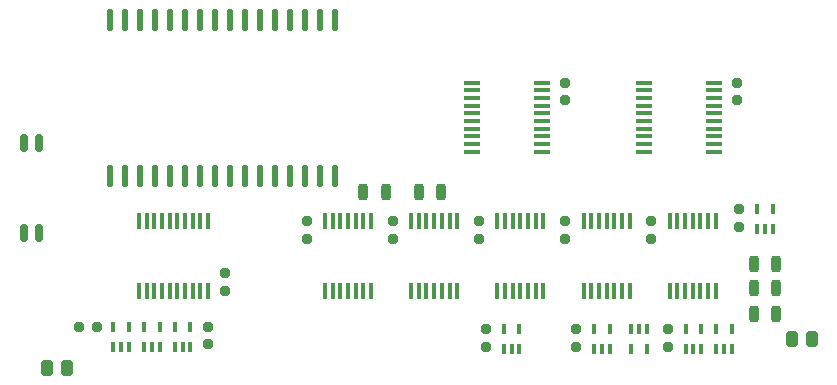
<source format=gtp>
G04 #@! TF.GenerationSoftware,KiCad,Pcbnew,7.0.1-0*
G04 #@! TF.CreationDate,2023-10-30T17:31:41-04:00*
G04 #@! TF.ProjectId,RAM128,52414d31-3238-42e6-9b69-6361645f7063,1.1*
G04 #@! TF.SameCoordinates,Original*
G04 #@! TF.FileFunction,Paste,Top*
G04 #@! TF.FilePolarity,Positive*
%FSLAX46Y46*%
G04 Gerber Fmt 4.6, Leading zero omitted, Abs format (unit mm)*
G04 Created by KiCad (PCBNEW 7.0.1-0) date 2023-10-30 17:31:41*
%MOMM*%
%LPD*%
G01*
G04 APERTURE LIST*
G04 Aperture macros list*
%AMRoundRect*
0 Rectangle with rounded corners*
0 $1 Rounding radius*
0 $2 $3 $4 $5 $6 $7 $8 $9 X,Y pos of 4 corners*
0 Add a 4 corners polygon primitive as box body*
4,1,4,$2,$3,$4,$5,$6,$7,$8,$9,$2,$3,0*
0 Add four circle primitives for the rounded corners*
1,1,$1+$1,$2,$3*
1,1,$1+$1,$4,$5*
1,1,$1+$1,$6,$7*
1,1,$1+$1,$8,$9*
0 Add four rect primitives between the rounded corners*
20,1,$1+$1,$2,$3,$4,$5,0*
20,1,$1+$1,$4,$5,$6,$7,0*
20,1,$1+$1,$6,$7,$8,$9,0*
20,1,$1+$1,$8,$9,$2,$3,0*%
G04 Aperture macros list end*
%ADD10RoundRect,0.237500X0.262500X0.437500X-0.262500X0.437500X-0.262500X-0.437500X0.262500X-0.437500X0*%
%ADD11RoundRect,0.172500X-0.262500X0.212500X-0.262500X-0.212500X0.262500X-0.212500X0.262500X0.212500X0*%
%ADD12RoundRect,0.187500X0.212500X0.487500X-0.212500X0.487500X-0.212500X-0.487500X0.212500X-0.487500X0*%
%ADD13RoundRect,0.060000X-0.100000X0.400000X-0.100000X-0.400000X0.100000X-0.400000X0.100000X0.400000X0*%
%ADD14RoundRect,0.072500X-0.612500X-0.112500X0.612500X-0.112500X0.612500X0.112500X-0.612500X0.112500X0*%
%ADD15RoundRect,0.060000X0.100000X-0.400000X0.100000X0.400000X-0.100000X0.400000X-0.100000X-0.400000X0*%
%ADD16RoundRect,0.172500X0.212500X0.262500X-0.212500X0.262500X-0.212500X-0.262500X0.212500X-0.262500X0*%
%ADD17RoundRect,0.072500X0.112500X-0.612500X0.112500X0.612500X-0.112500X0.612500X-0.112500X-0.612500X0*%
%ADD18RoundRect,0.125000X-0.150000X0.802500X-0.150000X-0.802500X0.150000X-0.802500X0.150000X0.802500X0*%
%ADD19RoundRect,0.187500X-0.212500X-0.487500X0.212500X-0.487500X0.212500X0.487500X-0.212500X0.487500X0*%
%ADD20RoundRect,0.072500X-0.112500X0.612500X-0.112500X-0.612500X0.112500X-0.612500X0.112500X0.612500X0*%
%ADD21RoundRect,0.172500X0.262500X-0.212500X0.262500X0.212500X-0.262500X0.212500X-0.262500X-0.212500X0*%
%ADD22RoundRect,0.165000X0.190000X-0.572000X0.190000X0.572000X-0.190000X0.572000X-0.190000X-0.572000X0*%
G04 APERTURE END LIST*
D10*
X137160000Y-127889000D03*
X135460000Y-127889000D03*
D11*
X109600000Y-127000000D03*
X109600000Y-128500000D03*
D12*
X134150000Y-123500000D03*
X132250000Y-123500000D03*
D13*
X123200000Y-127000000D03*
X122550000Y-127000000D03*
X121900000Y-127000000D03*
X121900000Y-128700000D03*
X123200000Y-128700000D03*
D14*
X123000000Y-106150000D03*
X123000000Y-106800000D03*
X123000000Y-107450000D03*
X123000000Y-108100000D03*
X123000000Y-108750000D03*
X123000000Y-109400000D03*
X123000000Y-110050000D03*
X123000000Y-110700000D03*
X123000000Y-111350000D03*
X123000000Y-112000000D03*
X128900000Y-112000000D03*
X128900000Y-111350000D03*
X128900000Y-110700000D03*
X128900000Y-110050000D03*
X128900000Y-109400000D03*
X128900000Y-108750000D03*
X128900000Y-108100000D03*
X128900000Y-107450000D03*
X128900000Y-106800000D03*
X128900000Y-106150000D03*
D15*
X126500000Y-128700000D03*
X127150000Y-128700000D03*
X127800000Y-128700000D03*
X127800000Y-127000000D03*
X126500000Y-127000000D03*
X78050000Y-128500000D03*
X78700000Y-128500000D03*
X79350000Y-128500000D03*
X79350000Y-126800000D03*
X78050000Y-126800000D03*
D11*
X117250000Y-127000000D03*
X117250000Y-128500000D03*
D15*
X111100000Y-128700000D03*
X111750000Y-128700000D03*
X112400000Y-128700000D03*
X112400000Y-127000000D03*
X111100000Y-127000000D03*
X118750000Y-128700000D03*
X119400000Y-128700000D03*
X120050000Y-128700000D03*
X120050000Y-127000000D03*
X118750000Y-127000000D03*
D16*
X76650000Y-126800000D03*
X75150000Y-126800000D03*
D15*
X129100000Y-128700000D03*
X129750000Y-128700000D03*
X130400000Y-128700000D03*
X130400000Y-127000000D03*
X129100000Y-127000000D03*
D17*
X95950000Y-123800000D03*
X96600000Y-123800000D03*
X97250000Y-123800000D03*
X97900000Y-123800000D03*
X98550000Y-123800000D03*
X99200000Y-123800000D03*
X99850000Y-123800000D03*
X99850000Y-117900000D03*
X99200000Y-117900000D03*
X98550000Y-117900000D03*
X97900000Y-117900000D03*
X97250000Y-117900000D03*
X96600000Y-117900000D03*
X95950000Y-117900000D03*
X125150000Y-123800000D03*
X125800000Y-123800000D03*
X126450000Y-123800000D03*
X127100000Y-123800000D03*
X127750000Y-123800000D03*
X128400000Y-123800000D03*
X129050000Y-123800000D03*
X129050000Y-117900000D03*
X128400000Y-117900000D03*
X127750000Y-117900000D03*
X127100000Y-117900000D03*
X126450000Y-117900000D03*
X125800000Y-117900000D03*
X125150000Y-117900000D03*
D11*
X116300000Y-117900000D03*
X116300000Y-119400000D03*
D17*
X117850000Y-123800000D03*
X118500000Y-123800000D03*
X119150000Y-123800000D03*
X119800000Y-123800000D03*
X120450000Y-123800000D03*
X121100000Y-123800000D03*
X121750000Y-123800000D03*
X121750000Y-117900000D03*
X121100000Y-117900000D03*
X120450000Y-117900000D03*
X119800000Y-117900000D03*
X119150000Y-117900000D03*
X118500000Y-117900000D03*
X117850000Y-117900000D03*
D11*
X94400000Y-117900000D03*
X94400000Y-119400000D03*
D17*
X110550000Y-123800000D03*
X111200000Y-123800000D03*
X111850000Y-123800000D03*
X112500000Y-123800000D03*
X113150000Y-123800000D03*
X113800000Y-123800000D03*
X114450000Y-123800000D03*
X114450000Y-117900000D03*
X113800000Y-117900000D03*
X113150000Y-117900000D03*
X112500000Y-117900000D03*
X111850000Y-117900000D03*
X111200000Y-117900000D03*
X110550000Y-117900000D03*
D11*
X101700000Y-117900000D03*
X101700000Y-119400000D03*
D17*
X103250000Y-123800000D03*
X103900000Y-123800000D03*
X104550000Y-123800000D03*
X105200000Y-123800000D03*
X105850000Y-123800000D03*
X106500000Y-123800000D03*
X107150000Y-123800000D03*
X107150000Y-117900000D03*
X106500000Y-117900000D03*
X105850000Y-117900000D03*
X105200000Y-117900000D03*
X104550000Y-117900000D03*
X103900000Y-117900000D03*
X103250000Y-117900000D03*
D11*
X123600000Y-117900000D03*
X123600000Y-119400000D03*
X109000000Y-117900000D03*
X109000000Y-119400000D03*
X125000000Y-127000000D03*
X125000000Y-128500000D03*
D18*
X96774000Y-100838000D03*
X95504000Y-100838000D03*
X94234000Y-100838000D03*
X92964000Y-100838000D03*
X91694000Y-100838000D03*
X90424000Y-100838000D03*
X89154000Y-100838000D03*
X87884000Y-100838000D03*
X86614000Y-100838000D03*
X85344000Y-100838000D03*
X84074000Y-100838000D03*
X82804000Y-100838000D03*
X81534000Y-100838000D03*
X80264000Y-100838000D03*
X78994000Y-100838000D03*
X77724000Y-100838000D03*
X77724000Y-114046000D03*
X78994000Y-114046000D03*
X80264000Y-114046000D03*
X81534000Y-114046000D03*
X82804000Y-114046000D03*
X84074000Y-114046000D03*
X85344000Y-114046000D03*
X86614000Y-114046000D03*
X87884000Y-114046000D03*
X89154000Y-114046000D03*
X90424000Y-114046000D03*
X91694000Y-114046000D03*
X92964000Y-114046000D03*
X94234000Y-114046000D03*
X95504000Y-114046000D03*
X96774000Y-114046000D03*
D19*
X99200000Y-115450000D03*
X101100000Y-115450000D03*
D14*
X108400000Y-106150000D03*
X108400000Y-106800000D03*
X108400000Y-107450000D03*
X108400000Y-108100000D03*
X108400000Y-108750000D03*
X108400000Y-109400000D03*
X108400000Y-110050000D03*
X108400000Y-110700000D03*
X108400000Y-111350000D03*
X108400000Y-112000000D03*
X114300000Y-112000000D03*
X114300000Y-111350000D03*
X114300000Y-110700000D03*
X114300000Y-110050000D03*
X114300000Y-109400000D03*
X114300000Y-108750000D03*
X114300000Y-108100000D03*
X114300000Y-107450000D03*
X114300000Y-106800000D03*
X114300000Y-106150000D03*
D11*
X116250000Y-106150000D03*
X116250000Y-107650000D03*
X130850000Y-106150000D03*
X130850000Y-107650000D03*
D20*
X86050000Y-117900000D03*
X85400000Y-117900000D03*
X84750000Y-117900000D03*
X84100000Y-117900000D03*
X83450000Y-117900000D03*
X82800000Y-117900000D03*
X82150000Y-117900000D03*
X81500000Y-117900000D03*
X80850000Y-117900000D03*
X80200000Y-117900000D03*
X80200000Y-123800000D03*
X80850000Y-123800000D03*
X81500000Y-123800000D03*
X82150000Y-123800000D03*
X82800000Y-123800000D03*
X83450000Y-123800000D03*
X84100000Y-123800000D03*
X84750000Y-123800000D03*
X85400000Y-123800000D03*
X86050000Y-123800000D03*
D10*
X74150000Y-130300000D03*
X72450000Y-130300000D03*
D15*
X80650000Y-128500000D03*
X81300000Y-128500000D03*
X81950000Y-128500000D03*
X81950000Y-126800000D03*
X80650000Y-126800000D03*
X83250000Y-128500000D03*
X83900000Y-128500000D03*
X84550000Y-128500000D03*
X84550000Y-126800000D03*
X83250000Y-126800000D03*
D11*
X86050000Y-126800000D03*
X86050000Y-128300000D03*
D21*
X87500000Y-123800000D03*
X87500000Y-122300000D03*
D15*
X132550000Y-118550000D03*
X133200000Y-118550000D03*
X133850000Y-118550000D03*
X133850000Y-116850000D03*
X132550000Y-116850000D03*
D11*
X131050000Y-116850000D03*
X131050000Y-118350000D03*
D12*
X134150000Y-125700000D03*
X132250000Y-125700000D03*
X105800000Y-115450000D03*
X103900000Y-115450000D03*
D19*
X132250000Y-121500000D03*
X134150000Y-121500000D03*
D22*
X70485000Y-118872000D03*
X71755000Y-118872000D03*
X71755000Y-111252000D03*
X70485000Y-111252000D03*
M02*

</source>
